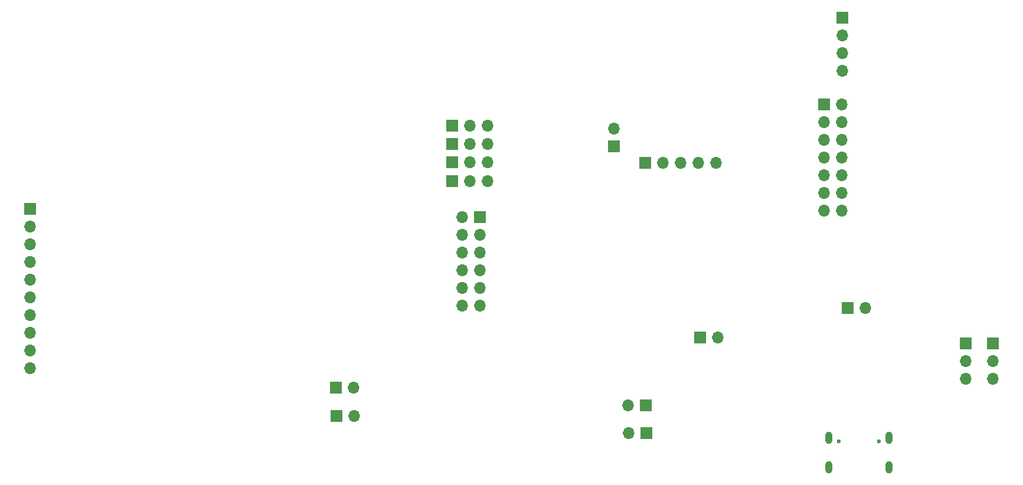
<source format=gbr>
%TF.GenerationSoftware,KiCad,Pcbnew,7.0.1*%
%TF.CreationDate,2024-04-01T21:03:34-06:00*%
%TF.ProjectId,Neural_Interface,4e657572-616c-45f4-996e-746572666163,1*%
%TF.SameCoordinates,Original*%
%TF.FileFunction,Soldermask,Bot*%
%TF.FilePolarity,Negative*%
%FSLAX46Y46*%
G04 Gerber Fmt 4.6, Leading zero omitted, Abs format (unit mm)*
G04 Created by KiCad (PCBNEW 7.0.1) date 2024-04-01 21:03:34*
%MOMM*%
%LPD*%
G01*
G04 APERTURE LIST*
%ADD10R,1.700000X1.700000*%
%ADD11O,1.700000X1.700000*%
%ADD12C,0.600000*%
%ADD13O,1.000000X1.800000*%
G04 APERTURE END LIST*
D10*
%TO.C,J5*%
X155950000Y-75485000D03*
D11*
X155950000Y-78025000D03*
X155950000Y-80565000D03*
%TD*%
D10*
%TO.C,J10*%
X159775000Y-75485000D03*
D11*
X159775000Y-78025000D03*
X159775000Y-80565000D03*
%TD*%
D10*
%TO.C,J11*%
X110055000Y-84400000D03*
D11*
X107515000Y-84400000D03*
%TD*%
D10*
%TO.C,J12*%
X110080000Y-88350000D03*
D11*
X107540000Y-88350000D03*
%TD*%
D10*
%TO.C,J1*%
X135575000Y-41245000D03*
D11*
X138115000Y-41245000D03*
X135575000Y-43785000D03*
X138115000Y-43785000D03*
X135575000Y-46325000D03*
X138115000Y-46325000D03*
X135575000Y-48865000D03*
X138115000Y-48865000D03*
X135575000Y-51405000D03*
X138115000Y-51405000D03*
X135575000Y-53945000D03*
X138115000Y-53945000D03*
X135575000Y-56485000D03*
X138115000Y-56485000D03*
%TD*%
D10*
%TO.C,J6*%
X138985000Y-70400000D03*
D11*
X141525000Y-70400000D03*
%TD*%
D10*
%TO.C,J3*%
X109925000Y-49625000D03*
D11*
X112465000Y-49625000D03*
X115005000Y-49625000D03*
X117545000Y-49625000D03*
X120085000Y-49625000D03*
%TD*%
D10*
%TO.C,J2*%
X86265000Y-57356250D03*
D11*
X83725000Y-57356250D03*
X86265000Y-59896250D03*
X83725000Y-59896250D03*
X86265000Y-62436250D03*
X83725000Y-62436250D03*
X86265000Y-64976250D03*
X83725000Y-64976250D03*
X86265000Y-67516250D03*
X83725000Y-67516250D03*
X86265000Y-70056250D03*
X83725000Y-70056250D03*
%TD*%
D10*
%TO.C,J22*%
X105475000Y-47215000D03*
D11*
X105475000Y-44675000D03*
%TD*%
D10*
%TO.C,J19*%
X82250000Y-44231250D03*
D11*
X84790000Y-44231250D03*
X87330000Y-44231250D03*
%TD*%
D10*
%TO.C,J21*%
X82250000Y-52181250D03*
D11*
X84790000Y-52181250D03*
X87330000Y-52181250D03*
%TD*%
D10*
%TO.C,J14*%
X65625000Y-85950000D03*
D11*
X68165000Y-85950000D03*
%TD*%
D10*
%TO.C,J4*%
X138200000Y-28735000D03*
D11*
X138200000Y-31275000D03*
X138200000Y-33815000D03*
X138200000Y-36355000D03*
%TD*%
D10*
%TO.C,J20*%
X82250000Y-49525000D03*
D11*
X84790000Y-49525000D03*
X87330000Y-49525000D03*
%TD*%
D10*
%TO.C,J15*%
X65600000Y-81875000D03*
D11*
X68140000Y-81875000D03*
%TD*%
D10*
%TO.C,J13*%
X117785000Y-74625000D03*
D11*
X120325000Y-74625000D03*
%TD*%
D10*
%TO.C,J18*%
X82250000Y-46881250D03*
D11*
X84790000Y-46881250D03*
X87330000Y-46881250D03*
%TD*%
D12*
%TO.C,U3*%
X137735000Y-89585000D03*
X143515000Y-89585000D03*
D13*
X136305000Y-89085000D03*
X136305000Y-93265000D03*
X144945000Y-89085000D03*
X144945000Y-93265000D03*
%TD*%
D10*
%TO.C,J16*%
X21750000Y-56171112D03*
D11*
X21750000Y-58711112D03*
X21750000Y-61251112D03*
X21750000Y-63791112D03*
X21750000Y-66331112D03*
X21750000Y-68871112D03*
X21750000Y-71411112D03*
X21750000Y-73951112D03*
X21750000Y-76491112D03*
X21750000Y-79031112D03*
%TD*%
M02*

</source>
